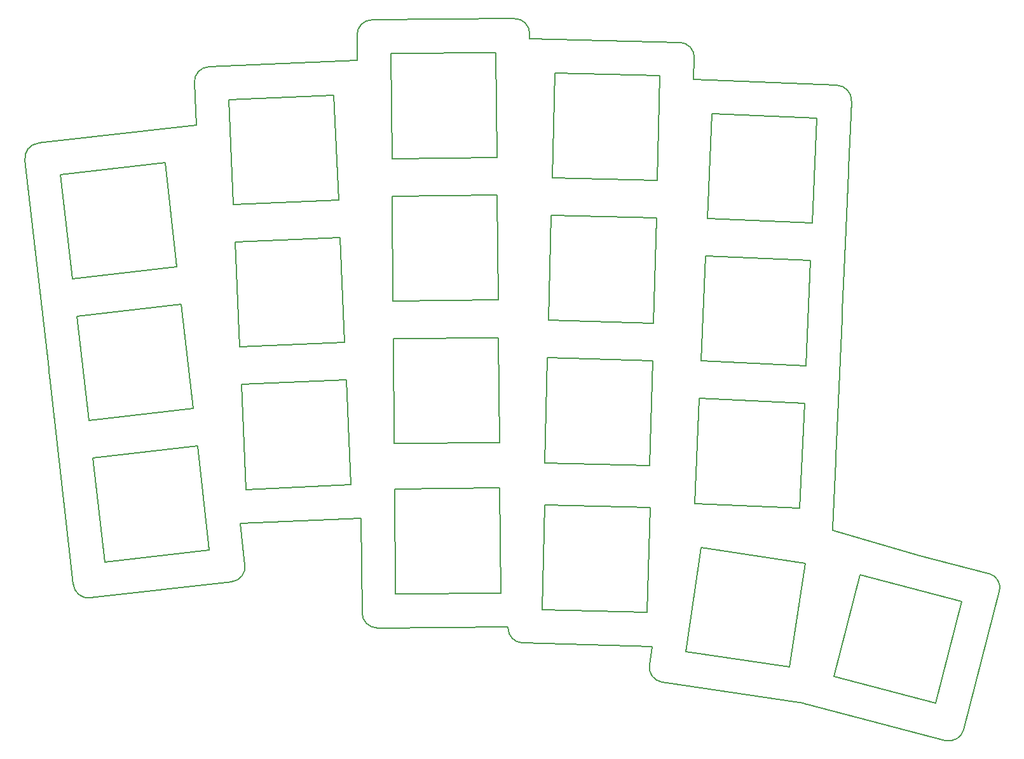
<source format=gbr>
%TF.GenerationSoftware,KiCad,Pcbnew,7.0.7*%
%TF.CreationDate,2023-10-01T20:23:59+02:00*%
%TF.ProjectId,goose_plate,676f6f73-655f-4706-9c61-74652e6b6963,v1.0.0*%
%TF.SameCoordinates,Original*%
%TF.FileFunction,Profile,NP*%
%FSLAX46Y46*%
G04 Gerber Fmt 4.6, Leading zero omitted, Abs format (unit mm)*
G04 Created by KiCad (PCBNEW 7.0.7) date 2023-10-01 20:23:59*
%MOMM*%
%LPD*%
G01*
G04 APERTURE LIST*
%TA.AperFunction,Profile*%
%ADD10C,0.150000*%
%TD*%
G04 APERTURE END LIST*
D10*
X247282022Y-122092626D02*
X247648500Y-108097424D01*
X191057456Y-130284207D02*
X191668127Y-144270882D01*
X232789458Y-140719638D02*
X246784660Y-141086116D01*
X267930650Y-127761975D02*
X268541322Y-113775300D01*
X187534780Y-106915622D02*
X207312902Y-106052091D01*
X253124003Y-171015744D02*
X251054671Y-184861967D01*
X254554646Y-113164629D02*
X253943975Y-127151304D01*
X205044131Y-129673536D02*
X191057456Y-130284207D01*
X267263425Y-191947699D02*
X285658230Y-196704919D01*
X205654802Y-143660211D02*
X205044131Y-129673536D01*
X230282626Y-102477045D02*
G75*
G03*
X228265202Y-100494575I-1999926J-17455D01*
G01*
X226136175Y-143014772D02*
X212136708Y-143136944D01*
X190839359Y-125288966D02*
X204826034Y-124678294D01*
X185623922Y-109000958D02*
X185872569Y-114695910D01*
X246608221Y-184169251D02*
X246234576Y-186669364D01*
X271902934Y-139946841D02*
X271881125Y-140446365D01*
X252286438Y-165115136D02*
X266273113Y-165725808D01*
X191668127Y-144270882D02*
X205654802Y-143660211D01*
X232292096Y-159713127D02*
X246287298Y-160079605D01*
X226092542Y-138014963D02*
X225970371Y-124015496D01*
X212093075Y-138137134D02*
X226092542Y-138014963D01*
X169959203Y-140161047D02*
X171544048Y-154071053D01*
X230288375Y-103141290D02*
X250265439Y-103664408D01*
X207845545Y-167086949D02*
X207955834Y-179724821D01*
X253943975Y-127151304D02*
X267930650Y-127761975D01*
X246324246Y-165655473D02*
X232329043Y-165288996D01*
X171544048Y-154071053D02*
X185454054Y-152486208D01*
X271924744Y-139447317D02*
X271902934Y-139946841D01*
X225926738Y-119015686D02*
X225804566Y-105016219D01*
X187534780Y-106915620D02*
G75*
G03*
X185623921Y-109000957I87220J-1998080D01*
G01*
X186020070Y-157454068D02*
X172110064Y-159038913D01*
X164814998Y-117095117D02*
X185872569Y-114695910D01*
X192496896Y-163252798D02*
X206483571Y-162642127D01*
X211927271Y-119137858D02*
X225926738Y-119015686D01*
X190228687Y-111302291D02*
X190839359Y-125288966D01*
X163054261Y-119308667D02*
X166223951Y-147128679D01*
X169393187Y-135193188D02*
X183303193Y-133608343D01*
X252138064Y-108554832D02*
X252212400Y-105716077D01*
X192358997Y-173338589D02*
X191726895Y-167790704D01*
X233653297Y-107730947D02*
X233286820Y-121726149D01*
X246287298Y-160079605D02*
X246653775Y-146084402D01*
X246653775Y-146084402D02*
X232658573Y-145717925D01*
X173694909Y-172948919D02*
X187604915Y-171364074D01*
X204826034Y-124678294D02*
X204215363Y-110691619D01*
X204215363Y-110691619D02*
X190228687Y-111302291D01*
X267101882Y-146743892D02*
X267712553Y-132757217D01*
X282249568Y-172066672D02*
X270632151Y-168674918D01*
X164815003Y-117095165D02*
G75*
G03*
X163054262Y-119308668I226397J-1987135D01*
G01*
X267712553Y-132757217D02*
X253725878Y-132146545D01*
X190598255Y-175552103D02*
G75*
G03*
X192358997Y-173338589I-226355J1987103D01*
G01*
X225970371Y-124015496D02*
X211970904Y-124137667D01*
X266970225Y-173085076D02*
X253124003Y-171015744D01*
X191886224Y-149266123D02*
X192496896Y-163252798D01*
X212136708Y-143136944D02*
X212258879Y-157136411D01*
X185454054Y-152486208D02*
X183869209Y-138576202D01*
X272731703Y-120964925D02*
X272317319Y-130455883D01*
X246784660Y-141086116D02*
X247151137Y-127090913D01*
X231962566Y-179284198D02*
X245957769Y-179650675D01*
X206483571Y-162642127D02*
X205872899Y-148655452D01*
X227401555Y-181555197D02*
X227398666Y-181665545D01*
X211970904Y-124137667D02*
X212093075Y-138137134D01*
X266883785Y-151739133D02*
X252897110Y-151128461D01*
X226258346Y-157014239D02*
X226136175Y-143014772D01*
X229345627Y-183717214D02*
X246608221Y-184169251D01*
X212311675Y-163186180D02*
X212433846Y-177185647D01*
X245957769Y-179650675D02*
X246324246Y-165655473D01*
X187604915Y-171364074D02*
X186020070Y-157454068D01*
X291416970Y-174437523D02*
X282249568Y-172066672D01*
X232658573Y-145717925D02*
X232292096Y-159713127D01*
X172110064Y-159038913D02*
X173694909Y-172948919D01*
X271074166Y-158928758D02*
X271881125Y-140446365D01*
X264900893Y-186931298D02*
X266970225Y-173085076D01*
X191726895Y-167790704D02*
X207845545Y-167086949D01*
X271052357Y-159428281D02*
X271074166Y-158928757D01*
X270810504Y-188216984D02*
X284364571Y-191722304D01*
X252897110Y-151128461D02*
X252286438Y-165115136D01*
X253725878Y-132146545D02*
X253115207Y-146133220D01*
X270632153Y-168674918D02*
G75*
G03*
X270659781Y-168419716I-1970453J342418D01*
G01*
X207283454Y-102677755D02*
X207312902Y-106052091D01*
X205872899Y-148655452D02*
X191886224Y-149266123D01*
X246234589Y-186669366D02*
G75*
G03*
X247916989Y-188943015I1978011J-295634D01*
G01*
X181718348Y-119698337D02*
X167808342Y-121283182D01*
X285658237Y-196704890D02*
G75*
G03*
X288095285Y-195269384I500763J1936290D01*
G01*
X287869891Y-178168237D02*
X274315824Y-174662917D01*
X247151137Y-127090913D02*
X233155935Y-126724436D01*
X228265202Y-100494574D02*
X209265925Y-100660378D01*
X274315824Y-174662917D02*
X270810504Y-188216984D01*
X266798429Y-191762775D02*
G75*
G03*
X267263425Y-191947699I965771J1751375D01*
G01*
X166337154Y-148122250D02*
X166280552Y-147625464D01*
X233155935Y-126724436D02*
X232789458Y-140719638D01*
X288095285Y-195269384D02*
X292852505Y-176874578D01*
X268541322Y-113775300D02*
X254554646Y-113164629D01*
X209265925Y-100660354D02*
G75*
G03*
X207283454Y-102677755I17475J-1999946D01*
G01*
X207955909Y-179724820D02*
G75*
G03*
X209973211Y-181707291I1999891J17420D01*
G01*
X212258879Y-157136411D02*
X226258346Y-157014239D01*
X271924744Y-139447317D02*
X272317319Y-130455883D01*
X230288375Y-103141290D02*
X230282579Y-102477045D01*
X252138064Y-108554832D02*
X271235229Y-109388632D01*
X284364571Y-191722304D02*
X287869891Y-178168237D01*
X292852476Y-176874571D02*
G75*
G03*
X291416970Y-174437524I-1936276J500771D01*
G01*
X183869209Y-138576202D02*
X169959203Y-140161047D01*
X252212390Y-105716077D02*
G75*
G03*
X250265439Y-103664409I-1999290J52377D01*
G01*
X212433846Y-177185647D02*
X226433313Y-177063476D01*
X266708291Y-191751393D02*
G75*
G03*
X266798427Y-191762776I295509J1977393D01*
G01*
X266273113Y-165725808D02*
X266883785Y-151739133D01*
X247916989Y-188943014D02*
X266708291Y-191751393D01*
X211805099Y-105138391D02*
X211927271Y-119137858D01*
X232329043Y-165288996D02*
X231962566Y-179284198D01*
X273146066Y-111473966D02*
G75*
G03*
X271235230Y-109388632I-1998066J87266D01*
G01*
X247648500Y-108097424D02*
X233653297Y-107730947D01*
X166280553Y-147625465D02*
X166223951Y-147128679D01*
X225804566Y-105016219D02*
X211805099Y-105138391D01*
X227398686Y-181665546D02*
G75*
G03*
X229345627Y-183717213I1999314J-52354D01*
G01*
X233286820Y-121726149D02*
X247282022Y-122092626D01*
X226311142Y-163064009D02*
X212311675Y-163186180D01*
X183303193Y-133608343D02*
X181718348Y-119698337D01*
X171720394Y-177703000D02*
X190598259Y-175552139D01*
X226433313Y-177063476D02*
X226311142Y-163064009D01*
X253115207Y-146133220D02*
X267101882Y-146743892D01*
X251054671Y-184861967D02*
X264900893Y-186931298D01*
X169506896Y-175942257D02*
G75*
G03*
X171720395Y-177703000I1987104J226357D01*
G01*
X272753513Y-120465401D02*
X273146087Y-111473967D01*
X209973211Y-181707292D02*
X227401555Y-181555197D01*
X167808342Y-121283182D02*
X169393187Y-135193188D01*
X166337154Y-148122251D02*
X169506844Y-175942263D01*
X270659782Y-168419716D02*
X271052356Y-159428282D01*
X272753513Y-120465401D02*
X272731703Y-120964926D01*
M02*

</source>
